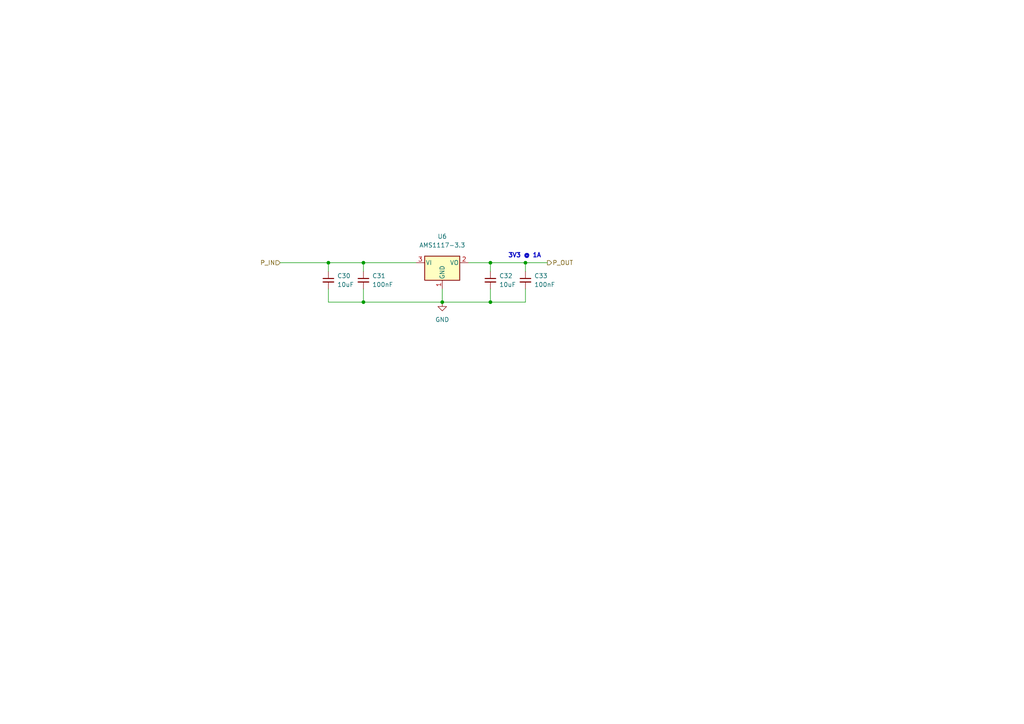
<source format=kicad_sch>
(kicad_sch (version 20211123) (generator eeschema)
  (paper "A4")
  (title_block (title "USB EXTENDER") (date "2022-04-17") (rev "1.0") (comment 2 "Reviewed by:") (comment 3 "Designed by: Robert M M") (comment 4 "USB EXTENDER"))
  (lib_symbols
    (symbol "Device:C_Small" (pin_numbers hide) (pin_names (offset 0.254) hide)
      (property "Reference" "C" (at 0.254 1.778 0))
      (property "Value" "C_Small" (at 0.254 -2.032 0))
      (symbol "C_Small_0_1"
        (polyline (pts (xy -1.524 -0.508) (xy 1.524 -0.508)) (stroke (width 0.3302)))
        (polyline (pts (xy -1.524 0.508) (xy 1.524 0.508)) (stroke (width 0.3048)))
      )
      (symbol "C_Small_1_1"
        (pin passive line (at 0 2.54 270) (length 2.032) (name "~") (number "1"))
        (pin passive line (at 0 -2.54 90) (length 2.032) (name "~") (number "2"))
      )
    )
    (symbol "Regulator_Linear:AMS1117-3.3" (pin_names (offset 0.254))
      (property "Reference" "U" (at -3.81 3.175 0))
      (property "Value" "AMS1117-3.3" (at 0 3.175 0))
      (symbol "AMS1117-3.3_0_1"
        (rectangle (start -5.08 -5.08) (end 5.08 1.905) (stroke (width 0.254)) (fill (type background)))
      )
      (symbol "AMS1117-3.3_1_1"
        (pin power_in line (at 0 -7.62 90) (length 2.54) (name "GND") (number "1"))
        (pin power_out line (at 7.62 0 180) (length 2.54) (name "VO") (number "2"))
        (pin power_in line (at -7.62 0 0) (length 2.54) (name "VI") (number "3"))
      )
    )
    (symbol "power:GND" (power) (pin_names (offset 0))
      (property "Value" "GND" (at 0 -3.81 0))
      (symbol "GND_0_1"
        (polyline (pts (xy 0 0) (xy 0 -1.27) (xy 1.27 -1.27) (xy 0 -2.54) (xy -1.27 -1.27) (xy 0 -1.27)))
      )
      (symbol "GND_1_1"
        (pin power_in line (at 0 0 270) (length 0) hide (name "GND") (number "1"))
      )
    )
  )
  (junction (at 142.24 87.63))
  (junction (at 95.25 76.2))
  (junction (at 105.41 76.2))
  (junction (at 142.24 76.2))
  (junction (at 152.4 76.2))
  (junction (at 128.27 87.63))
  (junction (at 105.41 87.63))
  (wire (pts (xy 152.4 78.74) (xy 152.4 76.2)))
  (wire (pts (xy 81.28 76.2) (xy 95.25 76.2)))
  (wire (pts (xy 95.25 76.2) (xy 95.25 78.74)))
  (wire (pts (xy 142.24 87.63) (xy 152.4 87.63)))
  (wire (pts (xy 120.65 76.2) (xy 105.41 76.2)))
  (wire (pts (xy 95.25 87.63) (xy 105.41 87.63)))
  (wire (pts (xy 95.25 83.82) (xy 95.25 87.63)))
  (wire (pts (xy 105.41 76.2) (xy 95.25 76.2)))
  (wire (pts (xy 152.4 87.63) (xy 152.4 83.82)))
  (wire (pts (xy 142.24 76.2) (xy 135.89 76.2)))
  (wire (pts (xy 128.27 87.63) (xy 142.24 87.63)))
  (wire (pts (xy 142.24 76.2) (xy 152.4 76.2)))
  (wire (pts (xy 142.24 83.82) (xy 142.24 87.63)))
  (wire (pts (xy 105.41 76.2) (xy 105.41 78.74)))
  (wire (pts (xy 105.41 83.82) (xy 105.41 87.63)))
  (wire (pts (xy 152.4 76.2) (xy 158.75 76.2)))
  (wire (pts (xy 142.24 76.2) (xy 142.24 78.74)))
  (wire (pts (xy 128.27 87.63) (xy 128.27 83.82)))
  (wire (pts (xy 105.41 87.63) (xy 128.27 87.63)))
  (text "3V3 @ 1A" (at 147.32 74.93 0) (effects (font (size 1.27 1.27) bold) (justify left bottom)))
  (hierarchical_label "P_IN" (shape input) (at 81.28 76.2 180))
  (hierarchical_label "P_OUT" (shape output) (at 158.75 76.2 0))
  (symbol (lib_id "Regulator_Linear:AMS1117-3.3") (at 128.27 76.2 0) (unit 1)
    (property "Reference" "U6" (at 128.27 68.58 0))
    (property "Value" "AMS1117-3.3" (at 128.27 71.12 0))
    (property "Footprint" "Package_TO_SOT_SMD:SOT-223-3_TabPin2" (effects hide))
    (property "Datasheet" "http://www.advanced-monolithic.com/pdf/ds1117.pdf" (effects hide))
  )
  (symbol (lib_id "power:GND") (at 128.27 87.63 0) (unit 1)
    (property "Reference" "#PWR048" (effects hide))
    (property "Value" "GND" (at 128.27 92.71 0))
  )
  (symbol (lib_id "Device:C_Small") (at 105.41 81.28 0) (unit 1)
    (property "Reference" "C31" (at 107.95 80.0162 0) (effects (justify left)))
    (property "Value" "100nF" (at 107.95 82.5562 0) (effects (justify left)))
    (property "Footprint" "Capacitor_SMD:C_0402_1005Metric" (effects hide))
  )
  (symbol (lib_id "Device:C_Small") (at 95.25 81.28 0) (unit 1)
    (property "Reference" "C30" (at 97.79 80.0162 0) (effects (justify left)))
    (property "Value" "10uF" (at 97.79 82.5562 0) (effects (justify left)))
    (property "Footprint" "Capacitor_SMD:C_0402_1005Metric" (effects hide))
  )
  (symbol (lib_id "Device:C_Small") (at 142.24 81.28 0) (unit 1)
    (property "Reference" "C32" (at 144.78 80.0162 0) (effects (justify left)))
    (property "Value" "10uF" (at 144.78 82.5562 0) (effects (justify left)))
    (property "Footprint" "Capacitor_SMD:C_0402_1005Metric" (effects hide))
  )
  (symbol (lib_id "Device:C_Small") (at 152.4 81.28 0) (unit 1)
    (property "Reference" "C33" (at 154.94 80.0162 0) (effects (justify left)))
    (property "Value" "100nF" (at 154.94 82.5562 0) (effects (justify left)))
    (property "Footprint" "Capacitor_SMD:C_0402_1005Metric" (effects hide))
  )
)
</source>
